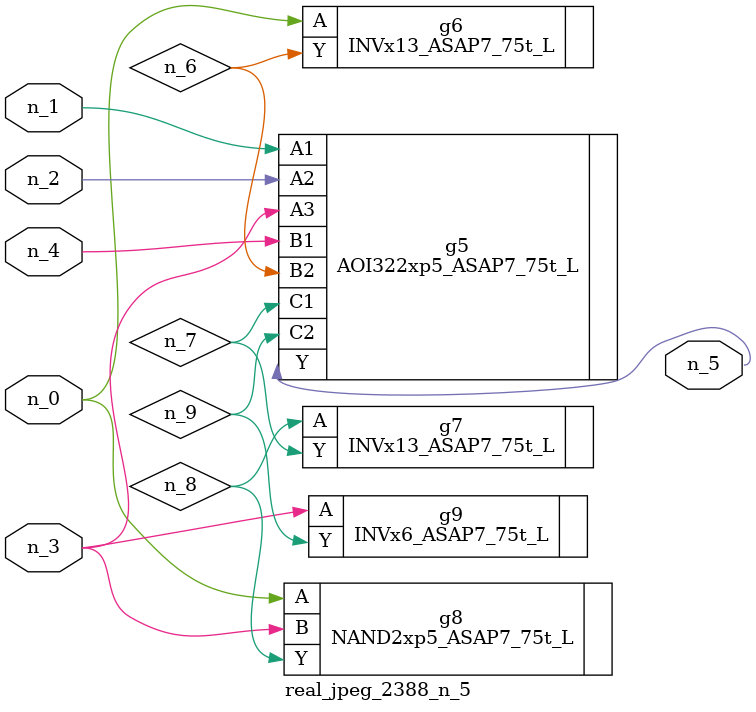
<source format=v>
module real_jpeg_2388_n_5 (n_4, n_0, n_1, n_2, n_3, n_5);

input n_4;
input n_0;
input n_1;
input n_2;
input n_3;

output n_5;

wire n_8;
wire n_6;
wire n_7;
wire n_9;

INVx13_ASAP7_75t_L g6 ( 
.A(n_0),
.Y(n_6)
);

NAND2xp5_ASAP7_75t_L g8 ( 
.A(n_0),
.B(n_3),
.Y(n_8)
);

AOI322xp5_ASAP7_75t_L g5 ( 
.A1(n_1),
.A2(n_2),
.A3(n_3),
.B1(n_4),
.B2(n_6),
.C1(n_7),
.C2(n_9),
.Y(n_5)
);

INVx6_ASAP7_75t_L g9 ( 
.A(n_3),
.Y(n_9)
);

INVx13_ASAP7_75t_L g7 ( 
.A(n_8),
.Y(n_7)
);


endmodule
</source>
